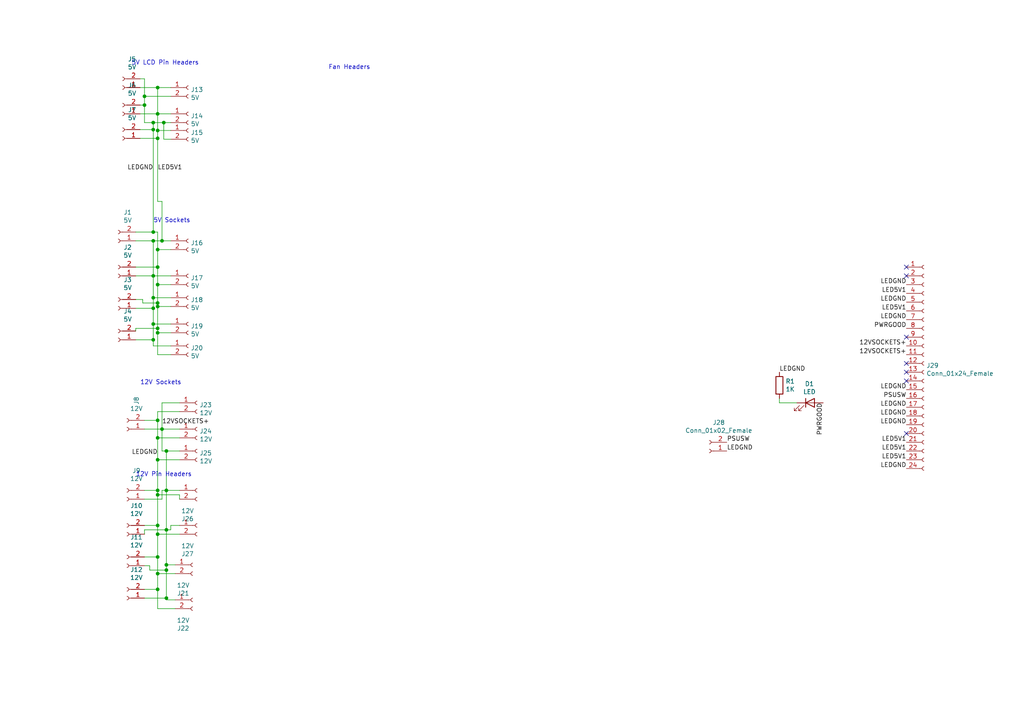
<source format=kicad_sch>
(kicad_sch (version 20231120) (generator "eeschema") (generator_version "8.0")
  (paper "A4")
  (lib_symbols
    (symbol "Connector:Conn_01x02_Female" (pin_names (offset 1.016) hide)
      (property "Reference" "J" (at 0 2.54 0))
      (property "Value" "Conn_01x02_Female" (at 0 -5.08 0))
      (symbol "Conn_01x02_Female_1_1"
        (arc (start 0 -2.032) (mid -0.5058 -2.54) (end 0 -3.048) (stroke (width 0.1524)))
        (polyline (pts (xy -1.27 -2.54) (xy -0.508 -2.54)) (stroke (width 0.1524)))
        (polyline (pts (xy -1.27 0) (xy -0.508 0)) (stroke (width 0.1524)))
        (arc (start 0 0.508) (mid -0.5058 0) (end 0 -0.508) (stroke (width 0.1524)))
        (pin passive line (at -5.08 0 0) (length 3.81) (name "Pin_1") (number "1"))
        (pin passive line (at -5.08 -2.54 0) (length 3.81) (name "Pin_2") (number "2"))
      )
    )
    (symbol "Connector:Conn_01x24_Female" (pin_names (offset 1.016) hide)
      (property "Reference" "J" (at 0 30.48 0))
      (property "Value" "Conn_01x24_Female" (at 0 -33.02 0))
      (symbol "Conn_01x24_Female_1_1"
        (arc (start 0 -29.972) (mid -0.5058 -30.48) (end 0 -30.988) (stroke (width 0.1524)))
        (arc (start 0 -27.432) (mid -0.5058 -27.94) (end 0 -28.448) (stroke (width 0.1524)))
        (arc (start 0 -24.892) (mid -0.5058 -25.4) (end 0 -25.908) (stroke (width 0.1524)))
        (arc (start 0 -22.352) (mid -0.5058 -22.86) (end 0 -23.368) (stroke (width 0.1524)))
        (arc (start 0 -19.812) (mid -0.5058 -20.32) (end 0 -20.828) (stroke (width 0.1524)))
        (arc (start 0 -17.272) (mid -0.5058 -17.78) (end 0 -18.288) (stroke (width 0.1524)))
        (arc (start 0 -14.732) (mid -0.5058 -15.24) (end 0 -15.748) (stroke (width 0.1524)))
        (arc (start 0 -12.192) (mid -0.5058 -12.7) (end 0 -13.208) (stroke (width 0.1524)))
        (arc (start 0 -9.652) (mid -0.5058 -10.16) (end 0 -10.668) (stroke (width 0.1524)))
        (arc (start 0 -7.112) (mid -0.5058 -7.62) (end 0 -8.128) (stroke (width 0.1524)))
        (arc (start 0 -4.572) (mid -0.5058 -5.08) (end 0 -5.588) (stroke (width 0.1524)))
        (arc (start 0 -2.032) (mid -0.5058 -2.54) (end 0 -3.048) (stroke (width 0.1524)))
        (polyline (pts (xy -1.27 -30.48) (xy -0.508 -30.48)) (stroke (width 0.1524)))
        (polyline (pts (xy -1.27 -27.94) (xy -0.508 -27.94)) (stroke (width 0.1524)))
        (polyline (pts (xy -1.27 -25.4) (xy -0.508 -25.4)) (stroke (width 0.1524)))
        (polyline (pts (xy -1.27 -22.86) (xy -0.508 -22.86)) (stroke (width 0.1524)))
        (polyline (pts (xy -1.27 -20.32) (xy -0.508 -20.32)) (stroke (width 0.1524)))
        (polyline (pts (xy -1.27 -17.78) (xy -0.508 -17.78)) (stroke (width 0.1524)))
        (polyline (pts (xy -1.27 -15.24) (xy -0.508 -15.24)) (stroke (width 0.1524)))
        (polyline (pts (xy -1.27 -12.7) (xy -0.508 -12.7)) (stroke (width 0.1524)))
        (polyline (pts (xy -1.27 -10.16) (xy -0.508 -10.16)) (stroke (width 0.1524)))
        (polyline (pts (xy -1.27 -7.62) (xy -0.508 -7.62)) (stroke (width 0.1524)))
        (polyline (pts (xy -1.27 -5.08) (xy -0.508 -5.08)) (stroke (width 0.1524)))
        (polyline (pts (xy -1.27 -2.54) (xy -0.508 -2.54)) (stroke (width 0.1524)))
        (polyline (pts (xy -1.27 0) (xy -0.508 0)) (stroke (width 0.1524)))
        (polyline (pts (xy -1.27 2.54) (xy -0.508 2.54)) (stroke (width 0.1524)))
        (polyline (pts (xy -1.27 5.08) (xy -0.508 5.08)) (stroke (width 0.1524)))
        (polyline (pts (xy -1.27 7.62) (xy -0.508 7.62)) (stroke (width 0.1524)))
        (polyline (pts (xy -1.27 10.16) (xy -0.508 10.16)) (stroke (width 0.1524)))
        (polyline (pts (xy -1.27 12.7) (xy -0.508 12.7)) (stroke (width 0.1524)))
        (polyline (pts (xy -1.27 15.24) (xy -0.508 15.24)) (stroke (width 0.1524)))
        (polyline (pts (xy -1.27 17.78) (xy -0.508 17.78)) (stroke (width 0.1524)))
        (polyline (pts (xy -1.27 20.32) (xy -0.508 20.32)) (stroke (width 0.1524)))
        (polyline (pts (xy -1.27 22.86) (xy -0.508 22.86)) (stroke (width 0.1524)))
        (polyline (pts (xy -1.27 25.4) (xy -0.508 25.4)) (stroke (width 0.1524)))
        (polyline (pts (xy -1.27 27.94) (xy -0.508 27.94)) (stroke (width 0.1524)))
        (arc (start 0 0.508) (mid -0.5058 0) (end 0 -0.508) (stroke (width 0.1524)))
        (arc (start 0 3.048) (mid -0.5058 2.54) (end 0 2.032) (stroke (width 0.1524)))
        (arc (start 0 5.588) (mid -0.5058 5.08) (end 0 4.572) (stroke (width 0.1524)))
        (arc (start 0 8.128) (mid -0.5058 7.62) (end 0 7.112) (stroke (width 0.1524)))
        (arc (start 0 10.668) (mid -0.5058 10.16) (end 0 9.652) (stroke (width 0.1524)))
        (arc (start 0 13.208) (mid -0.5058 12.7) (end 0 12.192) (stroke (width 0.1524)))
        (arc (start 0 15.748) (mid -0.5058 15.24) (end 0 14.732) (stroke (width 0.1524)))
        (arc (start 0 18.288) (mid -0.5058 17.78) (end 0 17.272) (stroke (width 0.1524)))
        (arc (start 0 20.828) (mid -0.5058 20.32) (end 0 19.812) (stroke (width 0.1524)))
        (arc (start 0 23.368) (mid -0.5058 22.86) (end 0 22.352) (stroke (width 0.1524)))
        (arc (start 0 25.908) (mid -0.5058 25.4) (end 0 24.892) (stroke (width 0.1524)))
        (arc (start 0 28.448) (mid -0.5058 27.94) (end 0 27.432) (stroke (width 0.1524)))
        (pin passive line (at -5.08 27.94 0) (length 3.81) (name "Pin_1") (number "1"))
        (pin passive line (at -5.08 5.08 0) (length 3.81) (name "Pin_10") (number "10"))
        (pin passive line (at -5.08 2.54 0) (length 3.81) (name "Pin_11") (number "11"))
        (pin passive line (at -5.08 0 0) (length 3.81) (name "Pin_12") (number "12"))
        (pin passive line (at -5.08 -2.54 0) (length 3.81) (name "Pin_13") (number "13"))
        (pin passive line (at -5.08 -5.08 0) (length 3.81) (name "Pin_14") (number "14"))
        (pin passive line (at -5.08 -7.62 0) (length 3.81) (name "Pin_15") (number "15"))
        (pin passive line (at -5.08 -10.16 0) (length 3.81) (name "Pin_16") (number "16"))
        (pin passive line (at -5.08 -12.7 0) (length 3.81) (name "Pin_17") (number "17"))
        (pin passive line (at -5.08 -15.24 0) (length 3.81) (name "Pin_18") (number "18"))
        (pin passive line (at -5.08 -17.78 0) (length 3.81) (name "Pin_19") (number "19"))
        (pin passive line (at -5.08 25.4 0) (length 3.81) (name "Pin_2") (number "2"))
        (pin passive line (at -5.08 -20.32 0) (length 3.81) (name "Pin_20") (number "20"))
        (pin passive line (at -5.08 -22.86 0) (length 3.81) (name "Pin_21") (number "21"))
        (pin passive line (at -5.08 -25.4 0) (length 3.81) (name "Pin_22") (number "22"))
        (pin passive line (at -5.08 -27.94 0) (length 3.81) (name "Pin_23") (number "23"))
        (pin passive line (at -5.08 -30.48 0) (length 3.81) (name "Pin_24") (number "24"))
        (pin passive line (at -5.08 22.86 0) (length 3.81) (name "Pin_3") (number "3"))
        (pin passive line (at -5.08 20.32 0) (length 3.81) (name "Pin_4") (number "4"))
        (pin passive line (at -5.08 17.78 0) (length 3.81) (name "Pin_5") (number "5"))
        (pin passive line (at -5.08 15.24 0) (length 3.81) (name "Pin_6") (number "6"))
        (pin passive line (at -5.08 12.7 0) (length 3.81) (name "Pin_7") (number "7"))
        (pin passive line (at -5.08 10.16 0) (length 3.81) (name "Pin_8") (number "8"))
        (pin passive line (at -5.08 7.62 0) (length 3.81) (name "Pin_9") (number "9"))
      )
    )
    (symbol "Device:LED" (pin_numbers hide) (pin_names (offset 1.016) hide)
      (property "Reference" "D" (at 0 2.54 0))
      (property "Value" "LED" (at 0 -2.54 0))
      (symbol "LED_0_1"
        (polyline (pts (xy -1.27 -1.27) (xy -1.27 1.27)) (stroke (width 0.254)))
        (polyline (pts (xy -1.27 0) (xy 1.27 0)))
        (polyline (pts (xy 1.27 -1.27) (xy 1.27 1.27) (xy -1.27 0) (xy 1.27 -1.27)) (stroke (width 0.254)))
        (polyline (pts (xy -3.048 -0.762) (xy -4.572 -2.286) (xy -3.81 -2.286) (xy -4.572 -2.286) (xy -4.572 -1.524)))
        (polyline (pts (xy -1.778 -0.762) (xy -3.302 -2.286) (xy -2.54 -2.286) (xy -3.302 -2.286) (xy -3.302 -1.524)))
      )
      (symbol "LED_1_1"
        (pin passive line (at -3.81 0 0) (length 2.54) (name "K") (number "1"))
        (pin passive line (at 3.81 0 180) (length 2.54) (name "A") (number "2"))
      )
    )
    (symbol "Device:R" (pin_numbers hide) (pin_names (offset 0))
      (property "Reference" "R" (at 2.032 0 90))
      (property "Value" "R" (at 0 0 90))
      (symbol "R_0_1"
        (rectangle (start -1.016 -2.54) (end 1.016 2.54) (stroke (width 0.254)))
      )
      (symbol "R_1_1"
        (pin passive line (at 0 3.81 270) (length 1.27) (name "~") (number "1"))
        (pin passive line (at 0 -3.81 90) (length 1.27) (name "~") (number "2"))
      )
    )
  )
  (junction (at 44.45 89.408))
  (junction (at 45.72 121.92))
  (junction (at 46.99 69.85))
  (junction (at 45.72 40.132))
  (junction (at 48.26 163.83))
  (junction (at 41.91 27.94))
  (junction (at 48.26 165.354))
  (junction (at 44.45 67.31))
  (junction (at 45.72 37.846))
  (junction (at 45.72 96.52))
  (junction (at 45.72 95.25))
  (junction (at 48.26 142.24))
  (junction (at 48.26 173.482))
  (junction (at 45.72 161.544))
  (junction (at 45.72 33.02))
  (junction (at 46.99 124.46))
  (junction (at 48.26 153.67))
  (junction (at 45.72 154.94))
  (junction (at 45.72 142.24))
  (junction (at 45.72 152.4))
  (junction (at 45.72 88.9))
  (junction (at 44.45 37.592))
  (junction (at 45.72 82.55))
  (junction (at 41.91 30.48))
  (junction (at 45.72 87.884))
  (junction (at 44.45 93.98))
  (junction (at 44.45 69.85))
  (junction (at 47.498 35.56))
  (junction (at 45.72 25.4))
  (junction (at 45.72 72.39))
  (junction (at 44.45 35.56))
  (junction (at 45.72 133.35))
  (junction (at 45.72 166.37))
  (junction (at 45.72 143.51))
  (junction (at 44.45 86.36))
  (junction (at 45.72 77.47))
  (junction (at 45.72 127))
  (junction (at 44.45 98.552))
  (junction (at 44.45 80.01))
  (junction (at 48.26 130.81))
  (junction (at 45.72 170.942))
  (no_connect (at 262.89 110.49))
  (no_connect (at 262.89 80.01))
  (no_connect (at 262.89 125.73))
  (no_connect (at 262.89 105.41))
  (no_connect (at 262.89 107.95))
  (no_connect (at 262.89 97.79))
  (no_connect (at 262.89 77.47))
  (wire (pts (xy 41.91 161.544) (xy 45.72 161.544)))
  (wire (pts (xy 45.72 88.9) (xy 45.72 95.25)))
  (wire (pts (xy 52.07 143.51) (xy 52.07 144.78)))
  (wire (pts (xy 44.45 37.592) (xy 44.45 67.31)))
  (wire (pts (xy 45.72 40.132) (xy 45.72 58.42)))
  (wire (pts (xy 46.99 116.84) (xy 52.07 116.84)))
  (wire (pts (xy 46.99 69.85) (xy 49.53 69.85)))
  (wire (pts (xy 48.26 153.67) (xy 49.53 153.67)))
  (wire (pts (xy 46.99 124.46) (xy 46.99 130.81)))
  (wire (pts (xy 44.45 86.36) (xy 49.53 86.36)))
  (wire (pts (xy 45.72 82.55) (xy 45.72 87.884)))
  (wire (pts (xy 49.53 72.39) (xy 45.72 72.39)))
  (wire (pts (xy 41.91 152.4) (xy 45.72 152.4)))
  (wire (pts (xy 44.45 89.408) (xy 44.45 93.98)))
  (wire (pts (xy 48.26 165.354) (xy 48.26 173.482)))
  (wire (pts (xy 49.53 35.56) (xy 47.498 35.56)))
  (wire (pts (xy 39.37 98.552) (xy 44.45 98.552)))
  (wire (pts (xy 40.64 37.592) (xy 44.45 37.592)))
  (wire (pts (xy 45.72 77.47) (xy 39.37 77.47)))
  (wire (pts (xy 39.37 86.868) (xy 41.402 86.868)))
  (wire (pts (xy 45.72 87.884) (xy 45.72 88.9)))
  (wire (pts (xy 44.45 98.552) (xy 44.45 100.33)))
  (wire (pts (xy 44.45 80.01) (xy 44.45 86.36)))
  (wire (pts (xy 45.72 154.94) (xy 45.72 152.4)))
  (wire (pts (xy 45.72 33.02) (xy 45.72 37.846)))
  (wire (pts (xy 45.72 142.24) (xy 45.72 133.35)))
  (wire (pts (xy 45.72 142.24) (xy 45.72 143.51)))
  (wire (pts (xy 50.8 163.83) (xy 48.26 163.83)))
  (wire (pts (xy 41.91 154.94) (xy 41.91 153.67)))
  (wire (pts (xy 45.72 127) (xy 45.72 133.35)))
  (wire (pts (xy 39.37 69.85) (xy 44.45 69.85)))
  (wire (pts (xy 52.07 142.24) (xy 48.26 142.24)))
  (wire (pts (xy 52.07 119.38) (xy 45.72 119.38)))
  (wire (pts (xy 48.26 163.83) (xy 48.26 165.354)))
  (wire (pts (xy 41.402 87.884) (xy 45.72 87.884)))
  (wire (pts (xy 49.53 33.02) (xy 45.72 33.02)))
  (wire (pts (xy 41.91 164.084) (xy 43.434 164.084)))
  (wire (pts (xy 41.91 30.48) (xy 41.91 27.94)))
  (wire (pts (xy 41.91 35.56) (xy 41.91 30.48)))
  (wire (pts (xy 45.72 154.94) (xy 45.72 161.544)))
  (wire (pts (xy 45.72 121.92) (xy 45.72 119.38)))
  (wire (pts (xy 45.72 58.42) (xy 46.99 58.42)))
  (wire (pts (xy 41.91 121.92) (xy 45.72 121.92)))
  (wire (pts (xy 44.45 80.01) (xy 49.53 80.01)))
  (wire (pts (xy 48.26 153.67) (xy 48.26 142.24)))
  (wire (pts (xy 41.402 86.868) (xy 41.402 87.884)))
  (wire (pts (xy 41.91 30.48) (xy 40.64 30.48)))
  (wire (pts (xy 44.45 35.56) (xy 41.91 35.56)))
  (wire (pts (xy 39.37 95.25) (xy 39.37 96.012)))
  (wire (pts (xy 39.37 80.01) (xy 44.45 80.01)))
  (wire (pts (xy 45.72 102.87) (xy 49.53 102.87)))
  (wire (pts (xy 44.45 69.85) (xy 46.99 69.85)))
  (wire (pts (xy 48.26 142.24) (xy 48.26 130.81)))
  (wire (pts (xy 45.72 127) (xy 52.07 127)))
  (wire (pts (xy 50.8 166.37) (xy 45.72 166.37)))
  (wire (pts (xy 39.37 89.408) (xy 44.45 89.408)))
  (wire (pts (xy 43.434 164.084) (xy 43.434 165.354)))
  (wire (pts (xy 41.91 22.86) (xy 40.64 22.86)))
  (wire (pts (xy 226.06 116.84) (xy 226.06 115.57)))
  (wire (pts (xy 45.72 143.51) (xy 52.07 143.51)))
  (wire (pts (xy 49.53 152.4) (xy 52.07 152.4)))
  (wire (pts (xy 45.72 25.4) (xy 45.72 33.02)))
  (wire (pts (xy 48.26 173.482) (xy 48.26 173.99)))
  (wire (pts (xy 45.72 82.55) (xy 45.72 77.47)))
  (wire (pts (xy 46.99 69.85) (xy 46.99 58.42)))
  (wire (pts (xy 45.72 88.9) (xy 49.53 88.9)))
  (wire (pts (xy 46.99 144.78) (xy 41.91 144.78)))
  (wire (pts (xy 45.72 121.92) (xy 45.72 127)))
  (wire (pts (xy 49.53 96.52) (xy 45.72 96.52)))
  (wire (pts (xy 45.72 170.942) (xy 45.72 176.53)))
  (wire (pts (xy 45.72 152.4) (xy 45.72 143.51)))
  (wire (pts (xy 45.72 161.544) (xy 45.72 166.37)))
  (wire (pts (xy 46.99 142.24) (xy 46.99 144.78)))
  (wire (pts (xy 45.72 67.31) (xy 45.72 72.39)))
  (wire (pts (xy 45.72 37.846) (xy 49.53 37.846)))
  (wire (pts (xy 44.45 67.31) (xy 45.72 67.31)))
  (wire (pts (xy 47.498 40.386) (xy 49.53 40.386)))
  (wire (pts (xy 48.26 173.99) (xy 50.8 173.99)))
  (wire (pts (xy 49.53 153.67) (xy 49.53 152.4)))
  (wire (pts (xy 41.91 170.942) (xy 45.72 170.942)))
  (wire (pts (xy 231.14 116.84) (xy 226.06 116.84)))
  (wire (pts (xy 45.72 72.39) (xy 45.72 77.47)))
  (wire (pts (xy 44.45 86.36) (xy 44.45 89.408)))
  (wire (pts (xy 41.91 173.482) (xy 48.26 173.482)))
  (wire (pts (xy 45.72 133.35) (xy 52.07 133.35)))
  (wire (pts (xy 48.26 130.81) (xy 52.07 130.81)))
  (wire (pts (xy 45.72 95.25) (xy 39.37 95.25)))
  (wire (pts (xy 44.45 69.85) (xy 44.45 80.01)))
  (wire (pts (xy 39.37 67.31) (xy 44.45 67.31)))
  (wire (pts (xy 47.498 35.56) (xy 47.498 40.386)))
  (wire (pts (xy 40.64 25.4) (xy 45.72 25.4)))
  (wire (pts (xy 46.99 124.46) (xy 52.07 124.46)))
  (wire (pts (xy 40.64 33.02) (xy 45.72 33.02)))
  (wire (pts (xy 43.434 165.354) (xy 48.26 165.354)))
  (wire (pts (xy 45.72 176.53) (xy 50.8 176.53)))
  (wire (pts (xy 41.91 27.94) (xy 41.91 22.86)))
  (wire (pts (xy 41.91 27.94) (xy 49.53 27.94)))
  (wire (pts (xy 47.498 35.56) (xy 44.45 35.56)))
  (wire (pts (xy 44.45 93.98) (xy 44.45 98.552)))
  (wire (pts (xy 44.45 35.56) (xy 44.45 37.592)))
  (wire (pts (xy 45.72 166.37) (xy 45.72 170.942)))
  (wire (pts (xy 45.72 96.52) (xy 45.72 102.87)))
  (wire (pts (xy 48.26 142.24) (xy 46.99 142.24)))
  (wire (pts (xy 45.72 25.4) (xy 49.53 25.4)))
  (wire (pts (xy 45.72 82.55) (xy 49.53 82.55)))
  (wire (pts (xy 41.91 153.67) (xy 48.26 153.67)))
  (wire (pts (xy 48.26 153.67) (xy 48.26 163.83)))
  (wire (pts (xy 41.91 124.46) (xy 46.99 124.46)))
  (wire (pts (xy 44.45 100.33) (xy 49.53 100.33)))
  (wire (pts (xy 46.99 130.81) (xy 48.26 130.81)))
  (wire (pts (xy 41.91 142.24) (xy 45.72 142.24)))
  (wire (pts (xy 52.07 154.94) (xy 45.72 154.94)))
  (wire (pts (xy 45.72 37.846) (xy 45.72 40.132)))
  (wire (pts (xy 45.72 95.25) (xy 45.72 96.52)))
  (wire (pts (xy 49.53 93.98) (xy 44.45 93.98)))
  (wire (pts (xy 46.99 124.46) (xy 46.99 116.84)))
  (wire (pts (xy 40.64 40.132) (xy 45.72 40.132)))
  (text "Fan Headers" (at 95.25 20.32 0) (effects (font (size 1.27 1.27)) (justify left bottom)))
  (text "12V Pin Headers" (at 39.37 138.43 0) (effects (font (size 1.27 1.27)) (justify left bottom)))
  (text "5V LCD Pin Headers" (at 38.1 19.05 0) (effects (font (size 1.27 1.27)) (justify left bottom)))
  (text "12V Sockets" (at 40.64 111.76 0) (effects (font (size 1.27 1.27)) (justify left bottom)))
  (text "5V Sockets" (at 44.45 64.77 0) (effects (font (size 1.27 1.27)) (justify left bottom)))
  (label "LEDGND" (at 262.89 123.19 180))
  (label "LED5V1" (at 262.89 90.17 180))
  (label "LED5V1" (at 262.89 128.27 180))
  (label "12VSOCKETS+" (at 262.89 102.87 180))
  (label "LEDGND" (at 45.72 132.08 180))
  (label "LEDGND" (at 262.89 120.65 180))
  (label "PSUSW" (at 262.89 115.57 180))
  (label "LED5V1" (at 262.89 133.35 180))
  (label "PSUSW" (at 210.82 128.27 0))
  (label "12VSOCKETS+" (at 262.89 100.33 180))
  (label "LEDGND" (at 262.89 135.89 180))
  (label "LEDGND" (at 262.89 118.11 180))
  (label "LEDGND" (at 262.89 113.03 180))
  (label "LEDGND" (at 44.45 49.53 180))
  (label "LEDGND" (at 262.89 82.55 180))
  (label "LED5V1" (at 262.89 130.81 180))
  (label "12VSOCKETS+" (at 46.99 123.19 0))
  (label "PWRGOOD" (at 238.76 116.84 270))
  (label "LED5V1" (at 262.89 85.09 180))
  (label "LEDGND" (at 262.89 92.71 180))
  (label "LEDGND" (at 210.82 130.81 0))
  (label "LEDGND" (at 262.89 87.63 180))
  (label "PWRGOOD" (at 262.89 95.25 180))
  (label "LED5V1" (at 45.72 49.53 0))
  (label "LEDGND" (at 226.06 107.95 0))
  (symbol (lib_id "Connector:Conn_01x02_Female") (at 35.56 25.4 180) (unit 1)
    (property "Reference" "J5" (at 38.3032 17.145 0))
    (property "Value" "5V" (at 38.3032 19.4564 0))
    (property "Footprint" "Connector_Molex:Molex_KK-254_AE-6410-02A_1x02_P2.54mm_Vertical" (effects (hide yes)))
  )
  (symbol (lib_id "Connector:Conn_01x02_Female") (at 54.61 25.4 0) (unit 1)
    (property "Reference" "J13" (at 55.3212 26.0096 0) (effects (justify left)))
    (property "Value" "5V" (at 55.3212 28.321 0) (effects (justify left)))
    (property "Footprint" "Connector_Molex:Molex_KK-254_AE-6410-02A_1x02_P2.54mm_Vertical" (effects (hide yes)))
  )
  (symbol (lib_id "Connector:Conn_01x02_Female") (at 35.56 33.02 180) (unit 1)
    (property "Reference" "J6" (at 38.3032 24.765 0))
    (property "Value" "5V" (at 38.3032 27.0764 0))
    (property "Footprint" "Connector_Molex:Molex_KK-254_AE-6410-02A_1x02_P2.54mm_Vertical" (effects (hide yes)))
  )
  (symbol (lib_id "Connector:Conn_01x02_Female") (at 54.61 33.02 0) (unit 1)
    (property "Reference" "J14" (at 55.3212 33.6296 0) (effects (justify left)))
    (property "Value" "5V" (at 55.3212 35.941 0) (effects (justify left)))
    (property "Footprint" "Connector_Molex:Molex_KK-254_AE-6410-02A_1x02_P2.54mm_Vertical" (effects (hide yes)))
  )
  (symbol (lib_id "Connector:Conn_01x02_Female") (at 34.29 69.85 180) (unit 1)
    (property "Reference" "J1" (at 37.0332 61.595 0))
    (property "Value" "5V" (at 37.0332 63.9064 0))
    (property "Footprint" "Connector_BarrelJack:BarrelJack_Horizontal" (effects (hide yes)))
  )
  (symbol (lib_id "Connector:Conn_01x02_Female") (at 34.29 80.01 180) (unit 1)
    (property "Reference" "J2" (at 37.0332 71.755 0))
    (property "Value" "5V" (at 37.0332 74.0664 0))
    (property "Footprint" "Connector_BarrelJack:BarrelJack_Horizontal" (effects (hide yes)))
  )
  (symbol (lib_id "Connector:Conn_01x02_Female") (at 54.61 69.85 0) (unit 1)
    (property "Reference" "J16" (at 55.3212 70.4596 0) (effects (justify left)))
    (property "Value" "5V" (at 55.3212 72.771 0) (effects (justify left)))
    (property "Footprint" "Connector_BarrelJack:BarrelJack_Horizontal" (effects (hide yes)))
  )
  (symbol (lib_id "Connector:Conn_01x02_Female") (at 54.61 80.01 0) (unit 1)
    (property "Reference" "J17" (at 55.3212 80.6196 0) (effects (justify left)))
    (property "Value" "5V" (at 55.3212 82.931 0) (effects (justify left)))
    (property "Footprint" "Connector_BarrelJack:BarrelJack_Horizontal" (effects (hide yes)))
  )
  (symbol (lib_id "Connector:Conn_01x02_Female") (at 36.83 124.46 180) (unit 1)
    (property "Reference" "J8" (at 39.5732 116.205 90))
    (property "Value" "12V" (at 39.5732 118.5164 0))
    (property "Footprint" "Connector_BarrelJack:BarrelJack_Horizontal" (effects (hide yes)))
  )
  (symbol (lib_id "Connector:Conn_01x02_Female") (at 57.15 124.46 0) (unit 1)
    (property "Reference" "J24" (at 57.8612 125.0696 0) (effects (justify left)))
    (property "Value" "12V" (at 57.8612 127.381 0) (effects (justify left)))
    (property "Footprint" "Connector_BarrelJack:BarrelJack_Horizontal" (effects (hide yes)))
  )
  (symbol (lib_id "Connector:Conn_01x02_Female") (at 36.83 144.78 180) (unit 1)
    (property "Reference" "J9" (at 39.5732 136.525 0))
    (property "Value" "12V" (at 39.5732 138.8364 0))
    (property "Footprint" "Connector_Molex:Molex_KK-254_AE-6410-02A_1x02_P2.54mm_Vertical" (effects (hide yes)))
  )
  (symbol (lib_id "Connector:Conn_01x02_Female") (at 57.15 142.24 0) (unit 1)
    (property "Reference" "J26" (at 54.4068 150.495 0))
    (property "Value" "12V" (at 54.4068 148.1836 0))
    (property "Footprint" "Connector_Molex:Molex_KK-254_AE-6410-02A_1x02_P2.54mm_Vertical" (effects (hide yes)))
  )
  (symbol (lib_id "Connector:Conn_01x02_Female") (at 36.83 154.94 180) (unit 1)
    (property "Reference" "J10" (at 39.5732 146.685 0))
    (property "Value" "12V" (at 39.5732 148.9964 0))
    (property "Footprint" "Connector_Molex:Molex_KK-254_AE-6410-02A_1x02_P2.54mm_Vertical" (effects (hide yes)))
  )
  (symbol (lib_id "Connector:Conn_01x02_Female") (at 57.15 152.4 0) (unit 1)
    (property "Reference" "J27" (at 54.4068 160.655 0))
    (property "Value" "12V" (at 54.4068 158.3436 0))
    (property "Footprint" "Connector_Molex:Molex_KK-254_AE-6410-02A_1x02_P2.54mm_Vertical" (effects (hide yes)))
  )
  (symbol (lib_id "Connector:Conn_01x02_Female") (at 57.15 116.84 0) (unit 1)
    (property "Reference" "J23" (at 57.8612 117.4496 0) (effects (justify left)))
    (property "Value" "12V" (at 57.8612 119.761 0) (effects (justify left)))
    (property "Footprint" "Connector_BarrelJack:BarrelJack_Horizontal" (effects (hide yes)))
  )
  (symbol (lib_id "Connector:Conn_01x24_Female") (at 267.97 105.41 0) (unit 1)
    (property "Reference" "J29" (at 268.6812 106.0196 0) (effects (justify left)))
    (property "Value" "Conn_01x24_Female" (at 268.6812 108.331 0) (effects (justify left)))
    (property "Footprint" "Connector_Molex:Molex_Mini-Fit_Jr_5566-24A_2x12_P4.20mm_Vertical" (effects (hide yes)))
  )
  (symbol (lib_id "Connector:Conn_01x02_Female") (at 205.74 130.81 180) (unit 1)
    (property "Reference" "J28" (at 208.4832 122.555 0))
    (property "Value" "Conn_01x02_Female" (at 208.4832 124.8664 0))
    (property "Footprint" "Connector_Molex:Molex_KK-254_AE-6410-02A_1x02_P2.54mm_Vertical" (effects (hide yes)))
  )
  (symbol (lib_id "Device:LED") (at 234.95 116.84 0) (unit 1)
    (property "Reference" "D1" (at 234.7722 111.3282 0))
    (property "Value" "LED" (at 234.7722 113.6396 0))
    (property "Footprint" "LED_THT:LED_D3.0mm" (effects (hide yes)))
  )
  (symbol (lib_id "Device:R") (at 226.06 111.76 0) (unit 1)
    (property "Reference" "R1" (at 227.838 110.5916 0) (effects (justify left)))
    (property "Value" "1K" (at 227.838 112.903 0) (effects (justify left)))
    (property "Footprint" "Resistor_THT:R_Axial_DIN0207_L6.3mm_D2.5mm_P7.62mm_Horizontal" (effects (hide yes)))
  )
  (symbol (lib_id "Connector:Conn_01x02_Female") (at 54.61 86.36 0) (unit 1)
    (property "Reference" "J18" (at 55.3212 86.9696 0) (effects (justify left)))
    (property "Value" "5V" (at 55.3212 89.281 0) (effects (justify left)))
    (property "Footprint" "Connector_BarrelJack:BarrelJack_Horizontal" (effects (hide yes)))
  )
  (symbol (lib_id "Connector:Conn_01x02_Female") (at 57.15 130.81 0) (unit 1)
    (property "Reference" "J25" (at 57.8612 131.4196 0) (effects (justify left)))
    (property "Value" "12V" (at 57.8612 133.731 0) (effects (justify left)))
    (property "Footprint" "Connector_BarrelJack:BarrelJack_Horizontal" (effects (hide yes)))
  )
  (symbol (lib_id "Connector:Conn_01x02_Female") (at 54.61 93.98 0) (unit 1)
    (property "Reference" "J19" (at 55.3212 94.5896 0) (effects (justify left)))
    (property "Value" "5V" (at 55.3212 96.901 0) (effects (justify left)))
    (property "Footprint" "Connector_Molex:Molex_KK-254_AE-6410-02A_1x02_P2.54mm_Vertical" (effects (hide yes)))
  )
  (symbol (lib_id "Connector:Conn_01x02_Female") (at 54.61 100.33 0) (unit 1)
    (property "Reference" "J20" (at 55.3212 100.9396 0) (effects (justify left)))
    (property "Value" "5V" (at 55.3212 103.251 0) (effects (justify left)))
    (property "Footprint" "Connector_Molex:Molex_KK-254_AE-6410-02A_1x02_P2.54mm_Vertical" (effects (hide yes)))
  )
  (symbol (lib_id "Connector:Conn_01x02_Female") (at 55.88 163.83 0) (unit 1)
    (property "Reference" "J21" (at 53.1368 172.085 0))
    (property "Value" "12V" (at 53.1368 169.7736 0))
    (property "Footprint" "Connector_Molex:Molex_KK-254_AE-6410-02A_1x02_P2.54mm_Vertical" (effects (hide yes)))
  )
  (symbol (lib_id "Connector:Conn_01x02_Female") (at 55.88 173.99 0) (unit 1)
    (property "Reference" "J22" (at 53.1368 182.245 0))
    (property "Value" "12V" (at 53.1368 179.9336 0))
    (property "Footprint" "Connector_Molex:Molex_KK-254_AE-6410-02A_1x02_P2.54mm_Vertical" (effects (hide yes)))
  )
  (symbol (lib_id "Connector:Conn_01x02_Female") (at 36.83 164.084 180) (unit 1)
    (property "Reference" "J11" (at 39.5732 155.829 0))
    (property "Value" "12V" (at 39.5732 158.1404 0))
    (property "Footprint" "Connector_BarrelJack:BarrelJack_Horizontal" (effects (hide yes)))
  )
  (symbol (lib_id "Connector:Conn_01x02_Female") (at 34.29 98.552 180) (unit 1)
    (property "Reference" "J4" (at 37.0332 90.297 0))
    (property "Value" "5V" (at 37.0332 92.6084 0))
    (property "Footprint" "Connector_BarrelJack:BarrelJack_Horizontal" (effects (hide yes)))
  )
  (symbol (lib_id "Connector:Conn_01x02_Female") (at 35.56 40.132 180) (unit 1)
    (property "Reference" "J7" (at 38.3032 31.877 0))
    (property "Value" "5V" (at 38.3032 34.1884 0))
    (property "Footprint" "Connector_Molex:Molex_KK-254_AE-6410-02A_1x02_P2.54mm_Vertical" (effects (hide yes)))
  )
  (symbol (lib_id "Connector:Conn_01x02_Female") (at 36.83 173.482 180) (unit 1)
    (property "Reference" "J12" (at 39.5732 165.227 0))
    (property "Value" "12V" (at 39.5732 167.5384 0))
    (property "Footprint" "Connector_BarrelJack:BarrelJack_Horizontal" (effects (hide yes)))
  )
  (symbol (lib_id "Connector:Conn_01x02_Female") (at 34.29 89.408 180) (unit 1)
    (property "Reference" "J3" (at 37.0332 81.153 0))
    (property "Value" "5V" (at 37.0332 83.4644 0))
    (property "Footprint" "Connector_BarrelJack:BarrelJack_Horizontal" (effects (hide yes)))
  )
  (symbol (lib_id "Connector:Conn_01x02_Female") (at 54.61 37.846 0) (unit 1)
    (property "Reference" "J15" (at 55.3212 38.4556 0) (effects (justify left)))
    (property "Value" "5V" (at 55.3212 40.767 0) (effects (justify left)))
    (property "Footprint" "Connector_Molex:Molex_KK-254_AE-6410-02A_1x02_P2.54mm_Vertical" (effects (hide yes)))
  )
)
</source>
